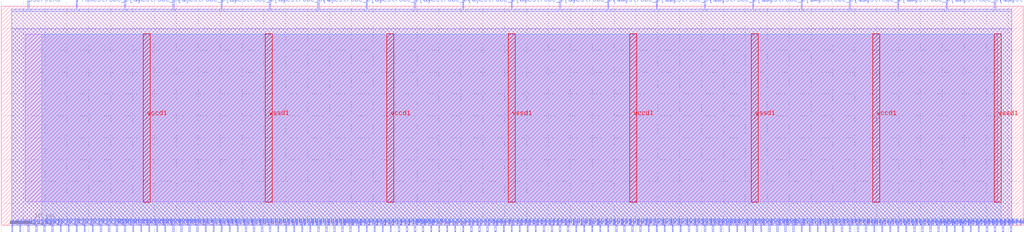
<source format=lef>
VERSION 5.7 ;
  NOWIREEXTENSIONATPIN ON ;
  DIVIDERCHAR "/" ;
  BUSBITCHARS "[]" ;
MACRO N_term_single2
  CLASS BLOCK ;
  FOREIGN N_term_single2 ;
  ORIGIN 0.000 0.000 ;
  SIZE 233.500 BY 50.000 ;
  PIN FrameStrobe[0]
    DIRECTION INPUT ;
    USE SIGNAL ;
    ANTENNAGATEAREA 0.196500 ;
    PORT
      LAYER met2 ;
        RECT 195.590 -1.500 195.870 0.800 ;
    END
  END FrameStrobe[0]
  PIN FrameStrobe[10]
    DIRECTION INPUT ;
    USE SIGNAL ;
    ANTENNAGATEAREA 0.196500 ;
    PORT
      LAYER met2 ;
        RECT 213.990 -1.500 214.270 0.800 ;
    END
  END FrameStrobe[10]
  PIN FrameStrobe[11]
    DIRECTION INPUT ;
    USE SIGNAL ;
    ANTENNAGATEAREA 0.196500 ;
    PORT
      LAYER met2 ;
        RECT 215.830 -1.500 216.110 0.800 ;
    END
  END FrameStrobe[11]
  PIN FrameStrobe[12]
    DIRECTION INPUT ;
    USE SIGNAL ;
    ANTENNAGATEAREA 0.196500 ;
    PORT
      LAYER met2 ;
        RECT 217.670 -1.500 217.950 0.800 ;
    END
  END FrameStrobe[12]
  PIN FrameStrobe[13]
    DIRECTION INPUT ;
    USE SIGNAL ;
    ANTENNAGATEAREA 0.196500 ;
    PORT
      LAYER met2 ;
        RECT 219.510 -1.500 219.790 0.800 ;
    END
  END FrameStrobe[13]
  PIN FrameStrobe[14]
    DIRECTION INPUT ;
    USE SIGNAL ;
    ANTENNAGATEAREA 0.196500 ;
    PORT
      LAYER met2 ;
        RECT 221.350 -1.500 221.630 0.800 ;
    END
  END FrameStrobe[14]
  PIN FrameStrobe[15]
    DIRECTION INPUT ;
    USE SIGNAL ;
    ANTENNAGATEAREA 0.196500 ;
    PORT
      LAYER met2 ;
        RECT 223.190 -1.500 223.470 0.800 ;
    END
  END FrameStrobe[15]
  PIN FrameStrobe[16]
    DIRECTION INPUT ;
    USE SIGNAL ;
    ANTENNAGATEAREA 0.196500 ;
    PORT
      LAYER met2 ;
        RECT 225.030 -1.500 225.310 0.800 ;
    END
  END FrameStrobe[16]
  PIN FrameStrobe[17]
    DIRECTION INPUT ;
    USE SIGNAL ;
    ANTENNAGATEAREA 0.196500 ;
    PORT
      LAYER met2 ;
        RECT 226.870 -1.500 227.150 0.800 ;
    END
  END FrameStrobe[17]
  PIN FrameStrobe[18]
    DIRECTION INPUT ;
    USE SIGNAL ;
    ANTENNAGATEAREA 0.196500 ;
    PORT
      LAYER met2 ;
        RECT 228.710 -1.500 228.990 0.800 ;
    END
  END FrameStrobe[18]
  PIN FrameStrobe[19]
    DIRECTION INPUT ;
    USE SIGNAL ;
    ANTENNAGATEAREA 0.196500 ;
    PORT
      LAYER met2 ;
        RECT 230.550 -1.500 230.830 0.800 ;
    END
  END FrameStrobe[19]
  PIN FrameStrobe[1]
    DIRECTION INPUT ;
    USE SIGNAL ;
    ANTENNAGATEAREA 0.196500 ;
    PORT
      LAYER met2 ;
        RECT 197.430 -1.500 197.710 0.800 ;
    END
  END FrameStrobe[1]
  PIN FrameStrobe[2]
    DIRECTION INPUT ;
    USE SIGNAL ;
    ANTENNAGATEAREA 0.196500 ;
    PORT
      LAYER met2 ;
        RECT 199.270 -1.500 199.550 0.800 ;
    END
  END FrameStrobe[2]
  PIN FrameStrobe[3]
    DIRECTION INPUT ;
    USE SIGNAL ;
    ANTENNAGATEAREA 0.196500 ;
    PORT
      LAYER met2 ;
        RECT 201.110 -1.500 201.390 0.800 ;
    END
  END FrameStrobe[3]
  PIN FrameStrobe[4]
    DIRECTION INPUT ;
    USE SIGNAL ;
    ANTENNAGATEAREA 0.196500 ;
    PORT
      LAYER met2 ;
        RECT 202.950 -1.500 203.230 0.800 ;
    END
  END FrameStrobe[4]
  PIN FrameStrobe[5]
    DIRECTION INPUT ;
    USE SIGNAL ;
    ANTENNAGATEAREA 0.196500 ;
    PORT
      LAYER met2 ;
        RECT 204.790 -1.500 205.070 0.800 ;
    END
  END FrameStrobe[5]
  PIN FrameStrobe[6]
    DIRECTION INPUT ;
    USE SIGNAL ;
    ANTENNAGATEAREA 0.126000 ;
    PORT
      LAYER met2 ;
        RECT 206.630 -1.500 206.910 0.800 ;
    END
  END FrameStrobe[6]
  PIN FrameStrobe[7]
    DIRECTION INPUT ;
    USE SIGNAL ;
    ANTENNAGATEAREA 0.196500 ;
    PORT
      LAYER met2 ;
        RECT 208.470 -1.500 208.750 0.800 ;
    END
  END FrameStrobe[7]
  PIN FrameStrobe[8]
    DIRECTION INPUT ;
    USE SIGNAL ;
    ANTENNAGATEAREA 0.196500 ;
    PORT
      LAYER met2 ;
        RECT 210.310 -1.500 210.590 0.800 ;
    END
  END FrameStrobe[8]
  PIN FrameStrobe[9]
    DIRECTION INPUT ;
    USE SIGNAL ;
    ANTENNAGATEAREA 0.196500 ;
    PORT
      LAYER met2 ;
        RECT 212.150 -1.500 212.430 0.800 ;
    END
  END FrameStrobe[9]
  PIN FrameStrobe_O[0]
    DIRECTION OUTPUT TRISTATE ;
    USE SIGNAL ;
    ANTENNADIFFAREA 0.445500 ;
    PORT
      LAYER met2 ;
        RECT 17.110 49.200 17.390 51.500 ;
    END
  END FrameStrobe_O[0]
  PIN FrameStrobe_O[10]
    DIRECTION OUTPUT TRISTATE ;
    USE SIGNAL ;
    ANTENNADIFFAREA 0.445500 ;
    PORT
      LAYER met2 ;
        RECT 127.510 49.200 127.790 51.500 ;
    END
  END FrameStrobe_O[10]
  PIN FrameStrobe_O[11]
    DIRECTION OUTPUT TRISTATE ;
    USE SIGNAL ;
    ANTENNADIFFAREA 0.795200 ;
    PORT
      LAYER met2 ;
        RECT 138.550 49.200 138.830 51.500 ;
    END
  END FrameStrobe_O[11]
  PIN FrameStrobe_O[12]
    DIRECTION OUTPUT TRISTATE ;
    USE SIGNAL ;
    ANTENNADIFFAREA 0.445500 ;
    PORT
      LAYER met2 ;
        RECT 149.590 49.200 149.870 51.500 ;
    END
  END FrameStrobe_O[12]
  PIN FrameStrobe_O[13]
    DIRECTION OUTPUT TRISTATE ;
    USE SIGNAL ;
    ANTENNADIFFAREA 0.445500 ;
    PORT
      LAYER met2 ;
        RECT 160.630 49.200 160.910 51.500 ;
    END
  END FrameStrobe_O[13]
  PIN FrameStrobe_O[14]
    DIRECTION OUTPUT TRISTATE ;
    USE SIGNAL ;
    ANTENNADIFFAREA 0.795200 ;
    PORT
      LAYER met2 ;
        RECT 171.670 49.200 171.950 51.500 ;
    END
  END FrameStrobe_O[14]
  PIN FrameStrobe_O[15]
    DIRECTION OUTPUT TRISTATE ;
    USE SIGNAL ;
    ANTENNADIFFAREA 0.445500 ;
    PORT
      LAYER met2 ;
        RECT 182.710 49.200 182.990 51.500 ;
    END
  END FrameStrobe_O[15]
  PIN FrameStrobe_O[16]
    DIRECTION OUTPUT TRISTATE ;
    USE SIGNAL ;
    ANTENNADIFFAREA 0.795200 ;
    PORT
      LAYER met2 ;
        RECT 193.750 49.200 194.030 51.500 ;
    END
  END FrameStrobe_O[16]
  PIN FrameStrobe_O[17]
    DIRECTION OUTPUT TRISTATE ;
    USE SIGNAL ;
    ANTENNADIFFAREA 0.445500 ;
    PORT
      LAYER met2 ;
        RECT 204.790 49.200 205.070 51.500 ;
    END
  END FrameStrobe_O[17]
  PIN FrameStrobe_O[18]
    DIRECTION OUTPUT TRISTATE ;
    USE SIGNAL ;
    ANTENNADIFFAREA 0.445500 ;
    PORT
      LAYER met2 ;
        RECT 215.830 49.200 216.110 51.500 ;
    END
  END FrameStrobe_O[18]
  PIN FrameStrobe_O[19]
    DIRECTION OUTPUT TRISTATE ;
    USE SIGNAL ;
    ANTENNADIFFAREA 0.445500 ;
    PORT
      LAYER met2 ;
        RECT 226.870 49.200 227.150 51.500 ;
    END
  END FrameStrobe_O[19]
  PIN FrameStrobe_O[1]
    DIRECTION OUTPUT TRISTATE ;
    USE SIGNAL ;
    ANTENNADIFFAREA 0.795200 ;
    PORT
      LAYER met2 ;
        RECT 28.150 49.200 28.430 51.500 ;
    END
  END FrameStrobe_O[1]
  PIN FrameStrobe_O[2]
    DIRECTION OUTPUT TRISTATE ;
    USE SIGNAL ;
    ANTENNADIFFAREA 0.445500 ;
    PORT
      LAYER met2 ;
        RECT 39.190 49.200 39.470 51.500 ;
    END
  END FrameStrobe_O[2]
  PIN FrameStrobe_O[3]
    DIRECTION OUTPUT TRISTATE ;
    USE SIGNAL ;
    ANTENNADIFFAREA 0.445500 ;
    PORT
      LAYER met2 ;
        RECT 50.230 49.200 50.510 51.500 ;
    END
  END FrameStrobe_O[3]
  PIN FrameStrobe_O[4]
    DIRECTION OUTPUT TRISTATE ;
    USE SIGNAL ;
    ANTENNADIFFAREA 0.795200 ;
    PORT
      LAYER met2 ;
        RECT 61.270 49.200 61.550 51.500 ;
    END
  END FrameStrobe_O[4]
  PIN FrameStrobe_O[5]
    DIRECTION OUTPUT TRISTATE ;
    USE SIGNAL ;
    ANTENNADIFFAREA 0.445500 ;
    PORT
      LAYER met2 ;
        RECT 72.310 49.200 72.590 51.500 ;
    END
  END FrameStrobe_O[5]
  PIN FrameStrobe_O[6]
    DIRECTION OUTPUT TRISTATE ;
    USE SIGNAL ;
    ANTENNADIFFAREA 0.795200 ;
    PORT
      LAYER met2 ;
        RECT 83.350 49.200 83.630 51.500 ;
    END
  END FrameStrobe_O[6]
  PIN FrameStrobe_O[7]
    DIRECTION OUTPUT TRISTATE ;
    USE SIGNAL ;
    ANTENNADIFFAREA 0.795200 ;
    PORT
      LAYER met2 ;
        RECT 94.390 49.200 94.670 51.500 ;
    END
  END FrameStrobe_O[7]
  PIN FrameStrobe_O[8]
    DIRECTION OUTPUT TRISTATE ;
    USE SIGNAL ;
    ANTENNADIFFAREA 0.445500 ;
    PORT
      LAYER met2 ;
        RECT 105.430 49.200 105.710 51.500 ;
    END
  END FrameStrobe_O[8]
  PIN FrameStrobe_O[9]
    DIRECTION OUTPUT TRISTATE ;
    USE SIGNAL ;
    ANTENNADIFFAREA 0.795200 ;
    PORT
      LAYER met2 ;
        RECT 116.470 49.200 116.750 51.500 ;
    END
  END FrameStrobe_O[9]
  PIN N1END[0]
    DIRECTION INPUT ;
    USE SIGNAL ;
    ANTENNAGATEAREA 0.196500 ;
    PORT
      LAYER met2 ;
        RECT 2.390 -1.500 2.670 0.800 ;
    END
  END N1END[0]
  PIN N1END[1]
    DIRECTION INPUT ;
    USE SIGNAL ;
    ANTENNAGATEAREA 0.196500 ;
    PORT
      LAYER met2 ;
        RECT 4.230 -1.500 4.510 0.800 ;
    END
  END N1END[1]
  PIN N1END[2]
    DIRECTION INPUT ;
    USE SIGNAL ;
    ANTENNAGATEAREA 0.196500 ;
    PORT
      LAYER met2 ;
        RECT 6.070 -1.500 6.350 0.800 ;
    END
  END N1END[2]
  PIN N1END[3]
    DIRECTION INPUT ;
    USE SIGNAL ;
    ANTENNAGATEAREA 0.196500 ;
    PORT
      LAYER met2 ;
        RECT 7.910 -1.500 8.190 0.800 ;
    END
  END N1END[3]
  PIN N2END[0]
    DIRECTION INPUT ;
    USE SIGNAL ;
    ANTENNAGATEAREA 0.196500 ;
    PORT
      LAYER met2 ;
        RECT 24.470 -1.500 24.750 0.800 ;
    END
  END N2END[0]
  PIN N2END[1]
    DIRECTION INPUT ;
    USE SIGNAL ;
    ANTENNAGATEAREA 0.196500 ;
    PORT
      LAYER met2 ;
        RECT 26.310 -1.500 26.590 0.800 ;
    END
  END N2END[1]
  PIN N2END[2]
    DIRECTION INPUT ;
    USE SIGNAL ;
    ANTENNAGATEAREA 0.196500 ;
    PORT
      LAYER met2 ;
        RECT 28.150 -1.500 28.430 0.800 ;
    END
  END N2END[2]
  PIN N2END[3]
    DIRECTION INPUT ;
    USE SIGNAL ;
    ANTENNAGATEAREA 0.196500 ;
    PORT
      LAYER met2 ;
        RECT 29.990 -1.500 30.270 0.800 ;
    END
  END N2END[3]
  PIN N2END[4]
    DIRECTION INPUT ;
    USE SIGNAL ;
    ANTENNAGATEAREA 0.196500 ;
    PORT
      LAYER met2 ;
        RECT 31.830 -1.500 32.110 0.800 ;
    END
  END N2END[4]
  PIN N2END[5]
    DIRECTION INPUT ;
    USE SIGNAL ;
    ANTENNAGATEAREA 0.196500 ;
    PORT
      LAYER met2 ;
        RECT 33.670 -1.500 33.950 0.800 ;
    END
  END N2END[5]
  PIN N2END[6]
    DIRECTION INPUT ;
    USE SIGNAL ;
    ANTENNAGATEAREA 0.196500 ;
    PORT
      LAYER met2 ;
        RECT 35.510 -1.500 35.790 0.800 ;
    END
  END N2END[6]
  PIN N2END[7]
    DIRECTION INPUT ;
    USE SIGNAL ;
    ANTENNAGATEAREA 0.196500 ;
    PORT
      LAYER met2 ;
        RECT 37.350 -1.500 37.630 0.800 ;
    END
  END N2END[7]
  PIN N2MID[0]
    DIRECTION INPUT ;
    USE SIGNAL ;
    ANTENNAGATEAREA 0.126000 ;
    PORT
      LAYER met2 ;
        RECT 9.750 -1.500 10.030 0.800 ;
    END
  END N2MID[0]
  PIN N2MID[1]
    DIRECTION INPUT ;
    USE SIGNAL ;
    ANTENNAGATEAREA 0.126000 ;
    PORT
      LAYER met2 ;
        RECT 11.590 -1.500 11.870 0.800 ;
    END
  END N2MID[1]
  PIN N2MID[2]
    DIRECTION INPUT ;
    USE SIGNAL ;
    ANTENNAGATEAREA 0.196500 ;
    PORT
      LAYER met2 ;
        RECT 13.430 -1.500 13.710 0.800 ;
    END
  END N2MID[2]
  PIN N2MID[3]
    DIRECTION INPUT ;
    USE SIGNAL ;
    ANTENNAGATEAREA 0.196500 ;
    PORT
      LAYER met2 ;
        RECT 15.270 -1.500 15.550 0.800 ;
    END
  END N2MID[3]
  PIN N2MID[4]
    DIRECTION INPUT ;
    USE SIGNAL ;
    ANTENNAGATEAREA 0.196500 ;
    PORT
      LAYER met2 ;
        RECT 17.110 -1.500 17.390 0.800 ;
    END
  END N2MID[4]
  PIN N2MID[5]
    DIRECTION INPUT ;
    USE SIGNAL ;
    ANTENNAGATEAREA 0.196500 ;
    PORT
      LAYER met2 ;
        RECT 18.950 -1.500 19.230 0.800 ;
    END
  END N2MID[5]
  PIN N2MID[6]
    DIRECTION INPUT ;
    USE SIGNAL ;
    ANTENNAGATEAREA 0.196500 ;
    PORT
      LAYER met2 ;
        RECT 20.790 -1.500 21.070 0.800 ;
    END
  END N2MID[6]
  PIN N2MID[7]
    DIRECTION INPUT ;
    USE SIGNAL ;
    ANTENNAGATEAREA 0.196500 ;
    PORT
      LAYER met2 ;
        RECT 22.630 -1.500 22.910 0.800 ;
    END
  END N2MID[7]
  PIN N4END[0]
    DIRECTION INPUT ;
    USE SIGNAL ;
    ANTENNAGATEAREA 0.196500 ;
    PORT
      LAYER met2 ;
        RECT 39.190 -1.500 39.470 0.800 ;
    END
  END N4END[0]
  PIN N4END[10]
    DIRECTION INPUT ;
    USE SIGNAL ;
    ANTENNAGATEAREA 0.196500 ;
    PORT
      LAYER met2 ;
        RECT 57.590 -1.500 57.870 0.800 ;
    END
  END N4END[10]
  PIN N4END[11]
    DIRECTION INPUT ;
    USE SIGNAL ;
    ANTENNAGATEAREA 0.196500 ;
    PORT
      LAYER met2 ;
        RECT 59.430 -1.500 59.710 0.800 ;
    END
  END N4END[11]
  PIN N4END[12]
    DIRECTION INPUT ;
    USE SIGNAL ;
    ANTENNAGATEAREA 0.196500 ;
    PORT
      LAYER met2 ;
        RECT 61.270 -1.500 61.550 0.800 ;
    END
  END N4END[12]
  PIN N4END[13]
    DIRECTION INPUT ;
    USE SIGNAL ;
    ANTENNAGATEAREA 0.196500 ;
    PORT
      LAYER met2 ;
        RECT 63.110 -1.500 63.390 0.800 ;
    END
  END N4END[13]
  PIN N4END[14]
    DIRECTION INPUT ;
    USE SIGNAL ;
    ANTENNAGATEAREA 0.196500 ;
    PORT
      LAYER met2 ;
        RECT 64.950 -1.500 65.230 0.800 ;
    END
  END N4END[14]
  PIN N4END[15]
    DIRECTION INPUT ;
    USE SIGNAL ;
    ANTENNAGATEAREA 0.196500 ;
    PORT
      LAYER met2 ;
        RECT 66.790 -1.500 67.070 0.800 ;
    END
  END N4END[15]
  PIN N4END[1]
    DIRECTION INPUT ;
    USE SIGNAL ;
    ANTENNAGATEAREA 0.196500 ;
    PORT
      LAYER met2 ;
        RECT 41.030 -1.500 41.310 0.800 ;
    END
  END N4END[1]
  PIN N4END[2]
    DIRECTION INPUT ;
    USE SIGNAL ;
    ANTENNAGATEAREA 0.196500 ;
    PORT
      LAYER met2 ;
        RECT 42.870 -1.500 43.150 0.800 ;
    END
  END N4END[2]
  PIN N4END[3]
    DIRECTION INPUT ;
    USE SIGNAL ;
    ANTENNAGATEAREA 0.196500 ;
    PORT
      LAYER met2 ;
        RECT 44.710 -1.500 44.990 0.800 ;
    END
  END N4END[3]
  PIN N4END[4]
    DIRECTION INPUT ;
    USE SIGNAL ;
    ANTENNAGATEAREA 0.196500 ;
    PORT
      LAYER met2 ;
        RECT 46.550 -1.500 46.830 0.800 ;
    END
  END N4END[4]
  PIN N4END[5]
    DIRECTION INPUT ;
    USE SIGNAL ;
    ANTENNAGATEAREA 0.196500 ;
    PORT
      LAYER met2 ;
        RECT 48.390 -1.500 48.670 0.800 ;
    END
  END N4END[5]
  PIN N4END[6]
    DIRECTION INPUT ;
    USE SIGNAL ;
    ANTENNAGATEAREA 0.196500 ;
    PORT
      LAYER met2 ;
        RECT 50.230 -1.500 50.510 0.800 ;
    END
  END N4END[6]
  PIN N4END[7]
    DIRECTION INPUT ;
    USE SIGNAL ;
    ANTENNAGATEAREA 0.196500 ;
    PORT
      LAYER met2 ;
        RECT 52.070 -1.500 52.350 0.800 ;
    END
  END N4END[7]
  PIN N4END[8]
    DIRECTION INPUT ;
    USE SIGNAL ;
    ANTENNAGATEAREA 0.196500 ;
    PORT
      LAYER met2 ;
        RECT 53.910 -1.500 54.190 0.800 ;
    END
  END N4END[8]
  PIN N4END[9]
    DIRECTION INPUT ;
    USE SIGNAL ;
    ANTENNAGATEAREA 0.196500 ;
    PORT
      LAYER met2 ;
        RECT 55.750 -1.500 56.030 0.800 ;
    END
  END N4END[9]
  PIN NN4END[0]
    DIRECTION INPUT ;
    USE SIGNAL ;
    ANTENNAGATEAREA 0.196500 ;
    PORT
      LAYER met2 ;
        RECT 68.630 -1.500 68.910 0.800 ;
    END
  END NN4END[0]
  PIN NN4END[10]
    DIRECTION INPUT ;
    USE SIGNAL ;
    ANTENNAGATEAREA 0.196500 ;
    PORT
      LAYER met2 ;
        RECT 87.030 -1.500 87.310 0.800 ;
    END
  END NN4END[10]
  PIN NN4END[11]
    DIRECTION INPUT ;
    USE SIGNAL ;
    ANTENNAGATEAREA 0.196500 ;
    PORT
      LAYER met2 ;
        RECT 88.870 -1.500 89.150 0.800 ;
    END
  END NN4END[11]
  PIN NN4END[12]
    DIRECTION INPUT ;
    USE SIGNAL ;
    ANTENNAGATEAREA 0.196500 ;
    PORT
      LAYER met2 ;
        RECT 90.710 -1.500 90.990 0.800 ;
    END
  END NN4END[12]
  PIN NN4END[13]
    DIRECTION INPUT ;
    USE SIGNAL ;
    ANTENNAGATEAREA 0.196500 ;
    PORT
      LAYER met2 ;
        RECT 92.550 -1.500 92.830 0.800 ;
    END
  END NN4END[13]
  PIN NN4END[14]
    DIRECTION INPUT ;
    USE SIGNAL ;
    ANTENNAGATEAREA 0.196500 ;
    PORT
      LAYER met2 ;
        RECT 94.390 -1.500 94.670 0.800 ;
    END
  END NN4END[14]
  PIN NN4END[15]
    DIRECTION INPUT ;
    USE SIGNAL ;
    ANTENNAGATEAREA 0.196500 ;
    PORT
      LAYER met2 ;
        RECT 96.230 -1.500 96.510 0.800 ;
    END
  END NN4END[15]
  PIN NN4END[1]
    DIRECTION INPUT ;
    USE SIGNAL ;
    ANTENNAGATEAREA 0.196500 ;
    PORT
      LAYER met2 ;
        RECT 70.470 -1.500 70.750 0.800 ;
    END
  END NN4END[1]
  PIN NN4END[2]
    DIRECTION INPUT ;
    USE SIGNAL ;
    ANTENNAGATEAREA 0.196500 ;
    PORT
      LAYER met2 ;
        RECT 72.310 -1.500 72.590 0.800 ;
    END
  END NN4END[2]
  PIN NN4END[3]
    DIRECTION INPUT ;
    USE SIGNAL ;
    ANTENNAGATEAREA 0.196500 ;
    PORT
      LAYER met2 ;
        RECT 74.150 -1.500 74.430 0.800 ;
    END
  END NN4END[3]
  PIN NN4END[4]
    DIRECTION INPUT ;
    USE SIGNAL ;
    ANTENNAGATEAREA 0.196500 ;
    PORT
      LAYER met2 ;
        RECT 75.990 -1.500 76.270 0.800 ;
    END
  END NN4END[4]
  PIN NN4END[5]
    DIRECTION INPUT ;
    USE SIGNAL ;
    ANTENNAGATEAREA 0.196500 ;
    PORT
      LAYER met2 ;
        RECT 77.830 -1.500 78.110 0.800 ;
    END
  END NN4END[5]
  PIN NN4END[6]
    DIRECTION INPUT ;
    USE SIGNAL ;
    ANTENNAGATEAREA 0.196500 ;
    PORT
      LAYER met2 ;
        RECT 79.670 -1.500 79.950 0.800 ;
    END
  END NN4END[6]
  PIN NN4END[7]
    DIRECTION INPUT ;
    USE SIGNAL ;
    ANTENNAGATEAREA 0.196500 ;
    PORT
      LAYER met2 ;
        RECT 81.510 -1.500 81.790 0.800 ;
    END
  END NN4END[7]
  PIN NN4END[8]
    DIRECTION INPUT ;
    USE SIGNAL ;
    ANTENNAGATEAREA 0.196500 ;
    PORT
      LAYER met2 ;
        RECT 83.350 -1.500 83.630 0.800 ;
    END
  END NN4END[8]
  PIN NN4END[9]
    DIRECTION INPUT ;
    USE SIGNAL ;
    ANTENNAGATEAREA 0.196500 ;
    PORT
      LAYER met2 ;
        RECT 85.190 -1.500 85.470 0.800 ;
    END
  END NN4END[9]
  PIN S1BEG[0]
    DIRECTION OUTPUT TRISTATE ;
    USE SIGNAL ;
    ANTENNADIFFAREA 0.445500 ;
    PORT
      LAYER met2 ;
        RECT 98.070 -1.500 98.350 0.800 ;
    END
  END S1BEG[0]
  PIN S1BEG[1]
    DIRECTION OUTPUT TRISTATE ;
    USE SIGNAL ;
    ANTENNADIFFAREA 0.445500 ;
    PORT
      LAYER met2 ;
        RECT 99.910 -1.500 100.190 0.800 ;
    END
  END S1BEG[1]
  PIN S1BEG[2]
    DIRECTION OUTPUT TRISTATE ;
    USE SIGNAL ;
    ANTENNADIFFAREA 0.445500 ;
    PORT
      LAYER met2 ;
        RECT 101.750 -1.500 102.030 0.800 ;
    END
  END S1BEG[2]
  PIN S1BEG[3]
    DIRECTION OUTPUT TRISTATE ;
    USE SIGNAL ;
    ANTENNADIFFAREA 0.795200 ;
    PORT
      LAYER met2 ;
        RECT 103.590 -1.500 103.870 0.800 ;
    END
  END S1BEG[3]
  PIN S2BEG[0]
    DIRECTION OUTPUT TRISTATE ;
    USE SIGNAL ;
    ANTENNADIFFAREA 0.445500 ;
    PORT
      LAYER met2 ;
        RECT 120.150 -1.500 120.430 0.800 ;
    END
  END S2BEG[0]
  PIN S2BEG[1]
    DIRECTION OUTPUT TRISTATE ;
    USE SIGNAL ;
    ANTENNADIFFAREA 0.445500 ;
    PORT
      LAYER met2 ;
        RECT 121.990 -1.500 122.270 0.800 ;
    END
  END S2BEG[1]
  PIN S2BEG[2]
    DIRECTION OUTPUT TRISTATE ;
    USE SIGNAL ;
    ANTENNADIFFAREA 0.795200 ;
    PORT
      LAYER met2 ;
        RECT 123.830 -1.500 124.110 0.800 ;
    END
  END S2BEG[2]
  PIN S2BEG[3]
    DIRECTION OUTPUT TRISTATE ;
    USE SIGNAL ;
    ANTENNADIFFAREA 0.445500 ;
    PORT
      LAYER met2 ;
        RECT 125.670 -1.500 125.950 0.800 ;
    END
  END S2BEG[3]
  PIN S2BEG[4]
    DIRECTION OUTPUT TRISTATE ;
    USE SIGNAL ;
    ANTENNADIFFAREA 0.445500 ;
    PORT
      LAYER met2 ;
        RECT 127.510 -1.500 127.790 0.800 ;
    END
  END S2BEG[4]
  PIN S2BEG[5]
    DIRECTION OUTPUT TRISTATE ;
    USE SIGNAL ;
    ANTENNADIFFAREA 0.445500 ;
    PORT
      LAYER met2 ;
        RECT 129.350 -1.500 129.630 0.800 ;
    END
  END S2BEG[5]
  PIN S2BEG[6]
    DIRECTION OUTPUT TRISTATE ;
    USE SIGNAL ;
    ANTENNADIFFAREA 0.795200 ;
    PORT
      LAYER met2 ;
        RECT 131.190 -1.500 131.470 0.800 ;
    END
  END S2BEG[6]
  PIN S2BEG[7]
    DIRECTION OUTPUT TRISTATE ;
    USE SIGNAL ;
    ANTENNADIFFAREA 0.445500 ;
    PORT
      LAYER met2 ;
        RECT 133.030 -1.500 133.310 0.800 ;
    END
  END S2BEG[7]
  PIN S2BEGb[0]
    DIRECTION OUTPUT TRISTATE ;
    USE SIGNAL ;
    ANTENNADIFFAREA 0.445500 ;
    PORT
      LAYER met2 ;
        RECT 105.430 -1.500 105.710 0.800 ;
    END
  END S2BEGb[0]
  PIN S2BEGb[1]
    DIRECTION OUTPUT TRISTATE ;
    USE SIGNAL ;
    ANTENNADIFFAREA 0.445500 ;
    PORT
      LAYER met2 ;
        RECT 107.270 -1.500 107.550 0.800 ;
    END
  END S2BEGb[1]
  PIN S2BEGb[2]
    DIRECTION OUTPUT TRISTATE ;
    USE SIGNAL ;
    ANTENNADIFFAREA 0.795200 ;
    PORT
      LAYER met2 ;
        RECT 109.110 -1.500 109.390 0.800 ;
    END
  END S2BEGb[2]
  PIN S2BEGb[3]
    DIRECTION OUTPUT TRISTATE ;
    USE SIGNAL ;
    ANTENNADIFFAREA 0.795200 ;
    PORT
      LAYER met2 ;
        RECT 110.950 -1.500 111.230 0.800 ;
    END
  END S2BEGb[3]
  PIN S2BEGb[4]
    DIRECTION OUTPUT TRISTATE ;
    USE SIGNAL ;
    ANTENNADIFFAREA 0.445500 ;
    PORT
      LAYER met2 ;
        RECT 112.790 -1.500 113.070 0.800 ;
    END
  END S2BEGb[4]
  PIN S2BEGb[5]
    DIRECTION OUTPUT TRISTATE ;
    USE SIGNAL ;
    ANTENNADIFFAREA 0.445500 ;
    PORT
      LAYER met2 ;
        RECT 114.630 -1.500 114.910 0.800 ;
    END
  END S2BEGb[5]
  PIN S2BEGb[6]
    DIRECTION OUTPUT TRISTATE ;
    USE SIGNAL ;
    ANTENNADIFFAREA 0.795200 ;
    PORT
      LAYER met2 ;
        RECT 116.470 -1.500 116.750 0.800 ;
    END
  END S2BEGb[6]
  PIN S2BEGb[7]
    DIRECTION OUTPUT TRISTATE ;
    USE SIGNAL ;
    ANTENNADIFFAREA 0.445500 ;
    PORT
      LAYER met2 ;
        RECT 118.310 -1.500 118.590 0.800 ;
    END
  END S2BEGb[7]
  PIN S4BEG[0]
    DIRECTION OUTPUT TRISTATE ;
    USE SIGNAL ;
    ANTENNADIFFAREA 0.445500 ;
    PORT
      LAYER met2 ;
        RECT 134.870 -1.500 135.150 0.800 ;
    END
  END S4BEG[0]
  PIN S4BEG[10]
    DIRECTION OUTPUT TRISTATE ;
    USE SIGNAL ;
    ANTENNADIFFAREA 0.445500 ;
    PORT
      LAYER met2 ;
        RECT 153.270 -1.500 153.550 0.800 ;
    END
  END S4BEG[10]
  PIN S4BEG[11]
    DIRECTION OUTPUT TRISTATE ;
    USE SIGNAL ;
    ANTENNADIFFAREA 0.795200 ;
    PORT
      LAYER met2 ;
        RECT 155.110 -1.500 155.390 0.800 ;
    END
  END S4BEG[11]
  PIN S4BEG[12]
    DIRECTION OUTPUT TRISTATE ;
    USE SIGNAL ;
    ANTENNADIFFAREA 0.795200 ;
    PORT
      LAYER met2 ;
        RECT 156.950 -1.500 157.230 0.800 ;
    END
  END S4BEG[12]
  PIN S4BEG[13]
    DIRECTION OUTPUT TRISTATE ;
    USE SIGNAL ;
    ANTENNADIFFAREA 0.445500 ;
    PORT
      LAYER met2 ;
        RECT 158.790 -1.500 159.070 0.800 ;
    END
  END S4BEG[13]
  PIN S4BEG[14]
    DIRECTION OUTPUT TRISTATE ;
    USE SIGNAL ;
    ANTENNADIFFAREA 0.445500 ;
    PORT
      LAYER met2 ;
        RECT 160.630 -1.500 160.910 0.800 ;
    END
  END S4BEG[14]
  PIN S4BEG[15]
    DIRECTION OUTPUT TRISTATE ;
    USE SIGNAL ;
    ANTENNADIFFAREA 0.795200 ;
    PORT
      LAYER met2 ;
        RECT 162.470 -1.500 162.750 0.800 ;
    END
  END S4BEG[15]
  PIN S4BEG[1]
    DIRECTION OUTPUT TRISTATE ;
    USE SIGNAL ;
    ANTENNADIFFAREA 0.795200 ;
    PORT
      LAYER met2 ;
        RECT 136.710 -1.500 136.990 0.800 ;
    END
  END S4BEG[1]
  PIN S4BEG[2]
    DIRECTION OUTPUT TRISTATE ;
    USE SIGNAL ;
    ANTENNADIFFAREA 0.445500 ;
    PORT
      LAYER met2 ;
        RECT 138.550 -1.500 138.830 0.800 ;
    END
  END S4BEG[2]
  PIN S4BEG[3]
    DIRECTION OUTPUT TRISTATE ;
    USE SIGNAL ;
    ANTENNADIFFAREA 0.445500 ;
    PORT
      LAYER met2 ;
        RECT 140.390 -1.500 140.670 0.800 ;
    END
  END S4BEG[3]
  PIN S4BEG[4]
    DIRECTION OUTPUT TRISTATE ;
    USE SIGNAL ;
    ANTENNADIFFAREA 0.795200 ;
    PORT
      LAYER met2 ;
        RECT 142.230 -1.500 142.510 0.800 ;
    END
  END S4BEG[4]
  PIN S4BEG[5]
    DIRECTION OUTPUT TRISTATE ;
    USE SIGNAL ;
    ANTENNADIFFAREA 0.795200 ;
    PORT
      LAYER met2 ;
        RECT 144.070 -1.500 144.350 0.800 ;
    END
  END S4BEG[5]
  PIN S4BEG[6]
    DIRECTION OUTPUT TRISTATE ;
    USE SIGNAL ;
    ANTENNADIFFAREA 0.445500 ;
    PORT
      LAYER met2 ;
        RECT 145.910 -1.500 146.190 0.800 ;
    END
  END S4BEG[6]
  PIN S4BEG[7]
    DIRECTION OUTPUT TRISTATE ;
    USE SIGNAL ;
    ANTENNADIFFAREA 0.795200 ;
    PORT
      LAYER met2 ;
        RECT 147.750 -1.500 148.030 0.800 ;
    END
  END S4BEG[7]
  PIN S4BEG[8]
    DIRECTION OUTPUT TRISTATE ;
    USE SIGNAL ;
    ANTENNADIFFAREA 0.795200 ;
    PORT
      LAYER met2 ;
        RECT 149.590 -1.500 149.870 0.800 ;
    END
  END S4BEG[8]
  PIN S4BEG[9]
    DIRECTION OUTPUT TRISTATE ;
    USE SIGNAL ;
    ANTENNADIFFAREA 0.795200 ;
    PORT
      LAYER met2 ;
        RECT 151.430 -1.500 151.710 0.800 ;
    END
  END S4BEG[9]
  PIN SS4BEG[0]
    DIRECTION OUTPUT TRISTATE ;
    USE SIGNAL ;
    ANTENNADIFFAREA 0.795200 ;
    PORT
      LAYER met2 ;
        RECT 164.310 -1.500 164.590 0.800 ;
    END
  END SS4BEG[0]
  PIN SS4BEG[10]
    DIRECTION OUTPUT TRISTATE ;
    USE SIGNAL ;
    ANTENNADIFFAREA 0.795200 ;
    PORT
      LAYER met2 ;
        RECT 182.710 -1.500 182.990 0.800 ;
    END
  END SS4BEG[10]
  PIN SS4BEG[11]
    DIRECTION OUTPUT TRISTATE ;
    USE SIGNAL ;
    ANTENNADIFFAREA 0.795200 ;
    PORT
      LAYER met2 ;
        RECT 184.550 -1.500 184.830 0.800 ;
    END
  END SS4BEG[11]
  PIN SS4BEG[12]
    DIRECTION OUTPUT TRISTATE ;
    USE SIGNAL ;
    ANTENNADIFFAREA 0.445500 ;
    PORT
      LAYER met2 ;
        RECT 186.390 -1.500 186.670 0.800 ;
    END
  END SS4BEG[12]
  PIN SS4BEG[13]
    DIRECTION OUTPUT TRISTATE ;
    USE SIGNAL ;
    ANTENNADIFFAREA 0.445500 ;
    PORT
      LAYER met2 ;
        RECT 188.230 -1.500 188.510 0.800 ;
    END
  END SS4BEG[13]
  PIN SS4BEG[14]
    DIRECTION OUTPUT TRISTATE ;
    USE SIGNAL ;
    ANTENNADIFFAREA 0.795200 ;
    PORT
      LAYER met2 ;
        RECT 190.070 -1.500 190.350 0.800 ;
    END
  END SS4BEG[14]
  PIN SS4BEG[15]
    DIRECTION OUTPUT TRISTATE ;
    USE SIGNAL ;
    ANTENNADIFFAREA 0.795200 ;
    PORT
      LAYER met2 ;
        RECT 191.910 -1.500 192.190 0.800 ;
    END
  END SS4BEG[15]
  PIN SS4BEG[1]
    DIRECTION OUTPUT TRISTATE ;
    USE SIGNAL ;
    ANTENNADIFFAREA 0.445500 ;
    PORT
      LAYER met2 ;
        RECT 166.150 -1.500 166.430 0.800 ;
    END
  END SS4BEG[1]
  PIN SS4BEG[2]
    DIRECTION OUTPUT TRISTATE ;
    USE SIGNAL ;
    ANTENNADIFFAREA 0.795200 ;
    PORT
      LAYER met2 ;
        RECT 167.990 -1.500 168.270 0.800 ;
    END
  END SS4BEG[2]
  PIN SS4BEG[3]
    DIRECTION OUTPUT TRISTATE ;
    USE SIGNAL ;
    ANTENNADIFFAREA 0.795200 ;
    PORT
      LAYER met2 ;
        RECT 169.830 -1.500 170.110 0.800 ;
    END
  END SS4BEG[3]
  PIN SS4BEG[4]
    DIRECTION OUTPUT TRISTATE ;
    USE SIGNAL ;
    ANTENNADIFFAREA 0.795200 ;
    PORT
      LAYER met2 ;
        RECT 171.670 -1.500 171.950 0.800 ;
    END
  END SS4BEG[4]
  PIN SS4BEG[5]
    DIRECTION OUTPUT TRISTATE ;
    USE SIGNAL ;
    ANTENNADIFFAREA 0.445500 ;
    PORT
      LAYER met2 ;
        RECT 173.510 -1.500 173.790 0.800 ;
    END
  END SS4BEG[5]
  PIN SS4BEG[6]
    DIRECTION OUTPUT TRISTATE ;
    USE SIGNAL ;
    ANTENNADIFFAREA 0.795200 ;
    PORT
      LAYER met2 ;
        RECT 175.350 -1.500 175.630 0.800 ;
    END
  END SS4BEG[6]
  PIN SS4BEG[7]
    DIRECTION OUTPUT TRISTATE ;
    USE SIGNAL ;
    ANTENNADIFFAREA 0.795200 ;
    PORT
      LAYER met2 ;
        RECT 177.190 -1.500 177.470 0.800 ;
    END
  END SS4BEG[7]
  PIN SS4BEG[8]
    DIRECTION OUTPUT TRISTATE ;
    USE SIGNAL ;
    ANTENNADIFFAREA 0.795200 ;
    PORT
      LAYER met2 ;
        RECT 179.030 -1.500 179.310 0.800 ;
    END
  END SS4BEG[8]
  PIN SS4BEG[9]
    DIRECTION OUTPUT TRISTATE ;
    USE SIGNAL ;
    ANTENNADIFFAREA 0.795200 ;
    PORT
      LAYER met2 ;
        RECT 180.870 -1.500 181.150 0.800 ;
    END
  END SS4BEG[9]
  PIN UserCLK
    DIRECTION INPUT ;
    USE SIGNAL ;
    ANTENNAGATEAREA 0.196500 ;
    PORT
      LAYER met2 ;
        RECT 193.750 -1.500 194.030 0.800 ;
    END
  END UserCLK
  PIN UserCLKo
    DIRECTION OUTPUT TRISTATE ;
    USE SIGNAL ;
    ANTENNADIFFAREA 0.795200 ;
    PORT
      LAYER met2 ;
        RECT 6.070 49.200 6.350 51.500 ;
    END
  END UserCLKo
  PIN vccd1
    DIRECTION INOUT ;
    USE POWER ;
    PORT
      LAYER met4 ;
        RECT 32.490 5.200 34.090 43.760 ;
    END
    PORT
      LAYER met4 ;
        RECT 88.030 5.200 89.630 43.760 ;
    END
    PORT
      LAYER met4 ;
        RECT 143.570 5.200 145.170 43.760 ;
    END
    PORT
      LAYER met4 ;
        RECT 199.110 5.200 200.710 43.760 ;
    END
  END vccd1
  PIN vssd1
    DIRECTION INOUT ;
    USE GROUND ;
    PORT
      LAYER met4 ;
        RECT 60.260 5.200 61.860 43.760 ;
    END
    PORT
      LAYER met4 ;
        RECT 115.800 5.200 117.400 43.760 ;
    END
    PORT
      LAYER met4 ;
        RECT 171.340 5.200 172.940 43.760 ;
    END
    PORT
      LAYER met4 ;
        RECT 226.880 5.200 228.480 43.760 ;
    END
  END vssd1
  OBS
      LAYER li1 ;
        RECT 5.520 5.355 227.700 43.605 ;
      LAYER met1 ;
        RECT 2.370 0.040 230.850 44.840 ;
      LAYER met2 ;
        RECT 2.400 48.920 5.790 49.370 ;
        RECT 6.630 48.920 16.830 49.370 ;
        RECT 17.670 48.920 27.870 49.370 ;
        RECT 28.710 48.920 38.910 49.370 ;
        RECT 39.750 48.920 49.950 49.370 ;
        RECT 50.790 48.920 60.990 49.370 ;
        RECT 61.830 48.920 72.030 49.370 ;
        RECT 72.870 48.920 83.070 49.370 ;
        RECT 83.910 48.920 94.110 49.370 ;
        RECT 94.950 48.920 105.150 49.370 ;
        RECT 105.990 48.920 116.190 49.370 ;
        RECT 117.030 48.920 127.230 49.370 ;
        RECT 128.070 48.920 138.270 49.370 ;
        RECT 139.110 48.920 149.310 49.370 ;
        RECT 150.150 48.920 160.350 49.370 ;
        RECT 161.190 48.920 171.390 49.370 ;
        RECT 172.230 48.920 182.430 49.370 ;
        RECT 183.270 48.920 193.470 49.370 ;
        RECT 194.310 48.920 204.510 49.370 ;
        RECT 205.350 48.920 215.550 49.370 ;
        RECT 216.390 48.920 226.590 49.370 ;
        RECT 227.430 48.920 230.820 49.370 ;
        RECT 2.400 1.080 230.820 48.920 ;
        RECT 2.950 0.010 3.950 1.080 ;
        RECT 4.790 0.010 5.790 1.080 ;
        RECT 6.630 0.010 7.630 1.080 ;
        RECT 8.470 0.010 9.470 1.080 ;
        RECT 10.310 0.010 11.310 1.080 ;
        RECT 12.150 0.010 13.150 1.080 ;
        RECT 13.990 0.010 14.990 1.080 ;
        RECT 15.830 0.010 16.830 1.080 ;
        RECT 17.670 0.010 18.670 1.080 ;
        RECT 19.510 0.010 20.510 1.080 ;
        RECT 21.350 0.010 22.350 1.080 ;
        RECT 23.190 0.010 24.190 1.080 ;
        RECT 25.030 0.010 26.030 1.080 ;
        RECT 26.870 0.010 27.870 1.080 ;
        RECT 28.710 0.010 29.710 1.080 ;
        RECT 30.550 0.010 31.550 1.080 ;
        RECT 32.390 0.010 33.390 1.080 ;
        RECT 34.230 0.010 35.230 1.080 ;
        RECT 36.070 0.010 37.070 1.080 ;
        RECT 37.910 0.010 38.910 1.080 ;
        RECT 39.750 0.010 40.750 1.080 ;
        RECT 41.590 0.010 42.590 1.080 ;
        RECT 43.430 0.010 44.430 1.080 ;
        RECT 45.270 0.010 46.270 1.080 ;
        RECT 47.110 0.010 48.110 1.080 ;
        RECT 48.950 0.010 49.950 1.080 ;
        RECT 50.790 0.010 51.790 1.080 ;
        RECT 52.630 0.010 53.630 1.080 ;
        RECT 54.470 0.010 55.470 1.080 ;
        RECT 56.310 0.010 57.310 1.080 ;
        RECT 58.150 0.010 59.150 1.080 ;
        RECT 59.990 0.010 60.990 1.080 ;
        RECT 61.830 0.010 62.830 1.080 ;
        RECT 63.670 0.010 64.670 1.080 ;
        RECT 65.510 0.010 66.510 1.080 ;
        RECT 67.350 0.010 68.350 1.080 ;
        RECT 69.190 0.010 70.190 1.080 ;
        RECT 71.030 0.010 72.030 1.080 ;
        RECT 72.870 0.010 73.870 1.080 ;
        RECT 74.710 0.010 75.710 1.080 ;
        RECT 76.550 0.010 77.550 1.080 ;
        RECT 78.390 0.010 79.390 1.080 ;
        RECT 80.230 0.010 81.230 1.080 ;
        RECT 82.070 0.010 83.070 1.080 ;
        RECT 83.910 0.010 84.910 1.080 ;
        RECT 85.750 0.010 86.750 1.080 ;
        RECT 87.590 0.010 88.590 1.080 ;
        RECT 89.430 0.010 90.430 1.080 ;
        RECT 91.270 0.010 92.270 1.080 ;
        RECT 93.110 0.010 94.110 1.080 ;
        RECT 94.950 0.010 95.950 1.080 ;
        RECT 96.790 0.010 97.790 1.080 ;
        RECT 98.630 0.010 99.630 1.080 ;
        RECT 100.470 0.010 101.470 1.080 ;
        RECT 102.310 0.010 103.310 1.080 ;
        RECT 104.150 0.010 105.150 1.080 ;
        RECT 105.990 0.010 106.990 1.080 ;
        RECT 107.830 0.010 108.830 1.080 ;
        RECT 109.670 0.010 110.670 1.080 ;
        RECT 111.510 0.010 112.510 1.080 ;
        RECT 113.350 0.010 114.350 1.080 ;
        RECT 115.190 0.010 116.190 1.080 ;
        RECT 117.030 0.010 118.030 1.080 ;
        RECT 118.870 0.010 119.870 1.080 ;
        RECT 120.710 0.010 121.710 1.080 ;
        RECT 122.550 0.010 123.550 1.080 ;
        RECT 124.390 0.010 125.390 1.080 ;
        RECT 126.230 0.010 127.230 1.080 ;
        RECT 128.070 0.010 129.070 1.080 ;
        RECT 129.910 0.010 130.910 1.080 ;
        RECT 131.750 0.010 132.750 1.080 ;
        RECT 133.590 0.010 134.590 1.080 ;
        RECT 135.430 0.010 136.430 1.080 ;
        RECT 137.270 0.010 138.270 1.080 ;
        RECT 139.110 0.010 140.110 1.080 ;
        RECT 140.950 0.010 141.950 1.080 ;
        RECT 142.790 0.010 143.790 1.080 ;
        RECT 144.630 0.010 145.630 1.080 ;
        RECT 146.470 0.010 147.470 1.080 ;
        RECT 148.310 0.010 149.310 1.080 ;
        RECT 150.150 0.010 151.150 1.080 ;
        RECT 151.990 0.010 152.990 1.080 ;
        RECT 153.830 0.010 154.830 1.080 ;
        RECT 155.670 0.010 156.670 1.080 ;
        RECT 157.510 0.010 158.510 1.080 ;
        RECT 159.350 0.010 160.350 1.080 ;
        RECT 161.190 0.010 162.190 1.080 ;
        RECT 163.030 0.010 164.030 1.080 ;
        RECT 164.870 0.010 165.870 1.080 ;
        RECT 166.710 0.010 167.710 1.080 ;
        RECT 168.550 0.010 169.550 1.080 ;
        RECT 170.390 0.010 171.390 1.080 ;
        RECT 172.230 0.010 173.230 1.080 ;
        RECT 174.070 0.010 175.070 1.080 ;
        RECT 175.910 0.010 176.910 1.080 ;
        RECT 177.750 0.010 178.750 1.080 ;
        RECT 179.590 0.010 180.590 1.080 ;
        RECT 181.430 0.010 182.430 1.080 ;
        RECT 183.270 0.010 184.270 1.080 ;
        RECT 185.110 0.010 186.110 1.080 ;
        RECT 186.950 0.010 187.950 1.080 ;
        RECT 188.790 0.010 189.790 1.080 ;
        RECT 190.630 0.010 191.630 1.080 ;
        RECT 192.470 0.010 193.470 1.080 ;
        RECT 194.310 0.010 195.310 1.080 ;
        RECT 196.150 0.010 197.150 1.080 ;
        RECT 197.990 0.010 198.990 1.080 ;
        RECT 199.830 0.010 200.830 1.080 ;
        RECT 201.670 0.010 202.670 1.080 ;
        RECT 203.510 0.010 204.510 1.080 ;
        RECT 205.350 0.010 206.350 1.080 ;
        RECT 207.190 0.010 208.190 1.080 ;
        RECT 209.030 0.010 210.030 1.080 ;
        RECT 210.870 0.010 211.870 1.080 ;
        RECT 212.710 0.010 213.710 1.080 ;
        RECT 214.550 0.010 215.550 1.080 ;
        RECT 216.390 0.010 217.390 1.080 ;
        RECT 218.230 0.010 219.230 1.080 ;
        RECT 220.070 0.010 221.070 1.080 ;
        RECT 221.910 0.010 222.910 1.080 ;
        RECT 223.750 0.010 224.750 1.080 ;
        RECT 225.590 0.010 226.590 1.080 ;
        RECT 227.430 0.010 228.430 1.080 ;
        RECT 229.270 0.010 230.270 1.080 ;
      LAYER met3 ;
        RECT 9.265 1.535 228.470 43.685 ;
  END
END N_term_single2
END LIBRARY


</source>
